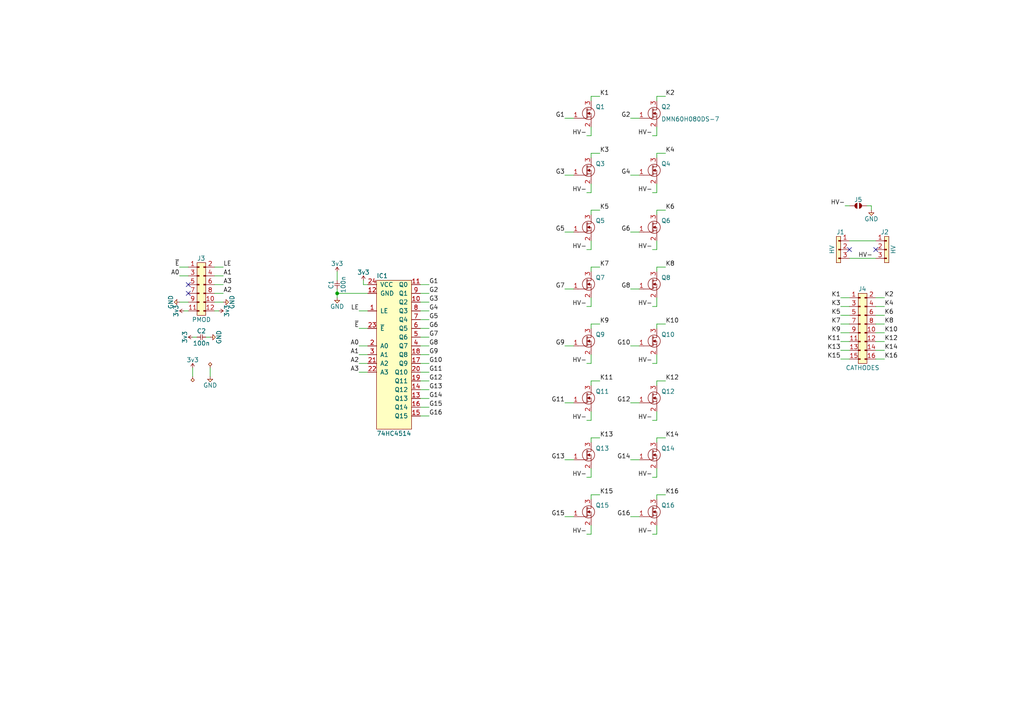
<source format=kicad_sch>
(kicad_sch (version 20210126) (generator eeschema)
  (paper "A4")
  (title_block (title "IGGie Low-Side Switch PMOD") (date "2021-03-15") (rev "1"))
  (lib_symbols
    (symbol "agg:3v3" (power) (pin_numbers hide) (pin_names (offset 1.016) hide)
      (property "Value" "3v3" (at 0 2.286 0))
      (symbol "3v3_0_1"
        (polyline (pts (xy 0 1.27) (xy 0.508 0.508)))
        (polyline (pts (xy 0 0) (xy 0 1.27) (xy -0.508 0.508)))
      )
      (symbol "3v3_1_1"
        (pin power_in line (at 0 0 180) (length 0) hide (name "3v3") (number "1"))
      )
    )
    (symbol "agg:74HC4514" (pin_names (offset 1.016))
      (property "Reference" "IC" (at -5.08 22.86 0))
      (property "Value" "74HC4514" (at -5.08 -22.86 0))
      (symbol "74HC4514_0_0"
        (pin input line (at -7.62 12.7 0) (length 2.54) (name "LE") (number "1"))
        (pin output line (at 7.62 15.24 180) (length 2.54) (name "Q2") (number "10"))
        (pin output line (at 7.62 20.32 180) (length 2.54) (name "Q0") (number "11"))
        (pin power_in line (at -7.62 17.78 0) (length 2.54) (name "GND") (number "12"))
        (pin output line (at 7.62 -12.7 180) (length 2.54) (name "Q13") (number "13"))
        (pin output line (at 7.62 -10.16 180) (length 2.54) (name "Q12") (number "14"))
        (pin output line (at 7.62 -17.78 180) (length 2.54) (name "Q15") (number "15"))
        (pin output line (at 7.62 -15.24 180) (length 2.54) (name "Q14") (number "16"))
        (pin output line (at 7.62 -2.54 180) (length 2.54) (name "Q9") (number "17"))
        (pin output line (at 7.62 0 180) (length 2.54) (name "Q8") (number "18"))
        (pin output line (at 7.62 -7.62 180) (length 2.54) (name "Q11") (number "19"))
        (pin input line (at -7.62 2.54 0) (length 2.54) (name "A0") (number "2"))
        (pin output line (at 7.62 -5.08 180) (length 2.54) (name "Q10") (number "20"))
        (pin input line (at -7.62 -2.54 0) (length 2.54) (name "A2") (number "21"))
        (pin input line (at -7.62 -5.08 0) (length 2.54) (name "A3") (number "22"))
        (pin input line (at -7.62 7.62 0) (length 2.54) (name "~E") (number "23"))
        (pin power_in line (at -7.62 20.32 0) (length 2.54) (name "VCC") (number "24"))
        (pin input line (at -7.62 0 0) (length 2.54) (name "A1") (number "3"))
        (pin output line (at 7.62 2.54 180) (length 2.54) (name "Q7") (number "4"))
        (pin output line (at 7.62 5.08 180) (length 2.54) (name "Q6") (number "5"))
        (pin output line (at 7.62 7.62 180) (length 2.54) (name "Q5") (number "6"))
        (pin output line (at 7.62 10.16 180) (length 2.54) (name "Q4") (number "7"))
        (pin output line (at 7.62 12.7 180) (length 2.54) (name "Q3") (number "8"))
        (pin output line (at 7.62 17.78 180) (length 2.54) (name "Q1") (number "9"))
      )
      (symbol "74HC4514_0_1"
        (rectangle (start -5.08 21.59) (end 5.08 -21.59) (fill (type background)))
      )
    )
    (symbol "agg:C" (pin_numbers hide) (pin_names (offset 1.016) hide)
      (property "Reference" "C" (at 1.27 1.778 0))
      (property "Value" "C" (at 1.27 -1.778 0))
      (symbol "C_0_1"
        (polyline (pts (xy 1.016 0.762) (xy 1.016 -0.762)))
        (polyline (pts (xy 1.524 0.762) (xy 1.524 -0.762)))
      )
      (symbol "C_1_1"
        (pin passive line (at 0 0 0) (length 1.016) (name "~") (number "1"))
        (pin passive line (at 2.54 0 180) (length 1.016) (name "~") (number "2"))
      )
    )
    (symbol "agg:CONN_01x03" (pin_names (offset 0.0254) hide)
      (property "Reference" "J" (at -1.27 2.54 0))
      (property "Value" "CONN_01x03" (at -1.27 -7.62 0))
      (symbol "CONN_01x03_0_1"
        (rectangle (start 0 -4.953) (end -0.635 -5.207) (fill (type outline)))
        (rectangle (start 0 -2.413) (end -0.635 -2.667) (fill (type outline)))
        (rectangle (start 0 0.127) (end -0.635 -0.127) (fill (type outline)))
        (rectangle (start 0 1.27) (end -1.27 -6.35) (fill (type background)))
      )
      (symbol "CONN_01x03_1_1"
        (pin passive line (at 2.54 0 180) (length 2.54) (name "1") (number "1"))
        (pin passive line (at 2.54 -2.54 180) (length 2.54) (name "2") (number "2"))
        (pin passive line (at 2.54 -5.08 180) (length 2.54) (name "3") (number "3"))
      )
    )
    (symbol "agg:CONN_02x06" (pin_names (offset 0.0254) hide)
      (property "Reference" "J" (at -2.54 2.54 0))
      (property "Value" "CONN_02x06" (at -2.54 -15.24 0))
      (symbol "CONN_02x06_0_1"
        (rectangle (start -2.54 -12.573) (end -1.905 -12.827) (fill (type outline)))
        (rectangle (start -2.54 -10.033) (end -1.905 -10.287) (fill (type outline)))
        (rectangle (start -2.54 -7.493) (end -1.905 -7.747) (fill (type outline)))
        (rectangle (start -2.54 -4.953) (end -1.905 -5.207) (fill (type outline)))
        (rectangle (start -2.54 -2.413) (end -1.905 -2.667) (fill (type outline)))
        (rectangle (start -2.54 0.127) (end -1.905 -0.127) (fill (type outline)))
        (rectangle (start 0 -12.573) (end -0.635 -12.827) (fill (type outline)))
        (rectangle (start 0 -10.033) (end -0.635 -10.287) (fill (type outline)))
        (rectangle (start 0 -7.493) (end -0.635 -7.747) (fill (type outline)))
        (rectangle (start 0 -4.953) (end -0.635 -5.207) (fill (type outline)))
        (rectangle (start 0 -2.413) (end -0.635 -2.667) (fill (type outline)))
        (rectangle (start 0 0.127) (end -0.635 -0.127) (fill (type outline)))
        (rectangle (start 0 1.27) (end -2.54 -13.97) (fill (type background)))
      )
      (symbol "CONN_02x06_1_1"
        (pin passive line (at -5.08 0 0) (length 2.54) (name "1") (number "1"))
        (pin passive line (at 2.54 -10.16 180) (length 2.54) (name "10") (number "10"))
        (pin passive line (at -5.08 -12.7 0) (length 2.54) (name "11") (number "11"))
        (pin passive line (at 2.54 -12.7 180) (length 2.54) (name "12") (number "12"))
        (pin passive line (at 2.54 0 180) (length 2.54) (name "2") (number "2"))
        (pin passive line (at -5.08 -2.54 0) (length 2.54) (name "3") (number "3"))
        (pin passive line (at 2.54 -2.54 180) (length 2.54) (name "4") (number "4"))
        (pin passive line (at -5.08 -5.08 0) (length 2.54) (name "5") (number "5"))
        (pin passive line (at 2.54 -5.08 180) (length 2.54) (name "6") (number "6"))
        (pin passive line (at -5.08 -7.62 0) (length 2.54) (name "7") (number "7"))
        (pin passive line (at 2.54 -7.62 180) (length 2.54) (name "8") (number "8"))
        (pin passive line (at -5.08 -10.16 0) (length 2.54) (name "9") (number "9"))
      )
    )
    (symbol "agg:CONN_02x08" (pin_names (offset 0.0254) hide)
      (property "Reference" "J" (at -2.54 2.54 0))
      (property "Value" "CONN_02x08" (at -2.54 -20.32 0))
      (symbol "CONN_02x08_0_1"
        (rectangle (start -2.54 -17.653) (end -1.905 -17.907) (fill (type outline)))
        (rectangle (start -2.54 -15.113) (end -1.905 -15.367) (fill (type outline)))
        (rectangle (start -2.54 -12.573) (end -1.905 -12.827) (fill (type outline)))
        (rectangle (start -2.54 -10.033) (end -1.905 -10.287) (fill (type outline)))
        (rectangle (start -2.54 -7.493) (end -1.905 -7.747) (fill (type outline)))
        (rectangle (start -2.54 -4.953) (end -1.905 -5.207) (fill (type outline)))
        (rectangle (start -2.54 -2.413) (end -1.905 -2.667) (fill (type outline)))
        (rectangle (start -2.54 0.127) (end -1.905 -0.127) (fill (type outline)))
        (rectangle (start 0 -17.653) (end -0.635 -17.907) (fill (type outline)))
        (rectangle (start 0 -15.113) (end -0.635 -15.367) (fill (type outline)))
        (rectangle (start 0 -12.573) (end -0.635 -12.827) (fill (type outline)))
        (rectangle (start 0 -10.033) (end -0.635 -10.287) (fill (type outline)))
        (rectangle (start 0 -7.493) (end -0.635 -7.747) (fill (type outline)))
        (rectangle (start 0 -4.953) (end -0.635 -5.207) (fill (type outline)))
        (rectangle (start 0 -2.413) (end -0.635 -2.667) (fill (type outline)))
        (rectangle (start 0 0.127) (end -0.635 -0.127) (fill (type outline)))
        (rectangle (start 0 1.27) (end -2.54 -19.05) (fill (type background)))
      )
      (symbol "CONN_02x08_1_1"
        (pin passive line (at -5.08 0 0) (length 2.54) (name "1") (number "1"))
        (pin passive line (at 2.54 -10.16 180) (length 2.54) (name "10") (number "10"))
        (pin passive line (at -5.08 -12.7 0) (length 2.54) (name "11") (number "11"))
        (pin passive line (at 2.54 -12.7 180) (length 2.54) (name "12") (number "12"))
        (pin passive line (at -5.08 -15.24 0) (length 2.54) (name "13") (number "13"))
        (pin passive line (at 2.54 -15.24 180) (length 2.54) (name "14") (number "14"))
        (pin passive line (at -5.08 -17.78 0) (length 2.54) (name "15") (number "15"))
        (pin passive line (at 2.54 -17.78 180) (length 2.54) (name "16") (number "16"))
        (pin passive line (at 2.54 0 180) (length 2.54) (name "2") (number "2"))
        (pin passive line (at -5.08 -2.54 0) (length 2.54) (name "3") (number "3"))
        (pin passive line (at 2.54 -2.54 180) (length 2.54) (name "4") (number "4"))
        (pin passive line (at -5.08 -5.08 0) (length 2.54) (name "5") (number "5"))
        (pin passive line (at 2.54 -5.08 180) (length 2.54) (name "6") (number "6"))
        (pin passive line (at -5.08 -7.62 0) (length 2.54) (name "7") (number "7"))
        (pin passive line (at 2.54 -7.62 180) (length 2.54) (name "8") (number "8"))
        (pin passive line (at -5.08 -10.16 0) (length 2.54) (name "9") (number "9"))
      )
    )
    (symbol "agg:GND" (power) (pin_numbers hide) (pin_names (offset 1.016) hide)
      (property "Value" "GND" (at 0 -2.54 0))
      (symbol "GND_0_1"
        (polyline (pts (xy 0 0) (xy 0 -0.762)))
        (polyline (pts (xy -0.762 -0.762) (xy 0.762 -0.762) (xy 0 -1.524) (xy -0.762 -0.762)) (fill (type background)))
      )
      (symbol "GND_1_1"
        (pin power_in line (at 0 0 180) (length 0) hide (name "GND") (number "1"))
      )
    )
    (symbol "agg:NFET" (pin_names (offset 0.0254) hide)
      (property "Reference" "Q" (at -6.35 0.762 0))
      (property "Value" "NFET" (at -6.35 -4.064 0))
      (symbol "NFET_0_1"
        (circle (center -0.762 -1.143) (radius 1.778))
        (polyline (pts (xy -3.81 -2.54) (xy -1.27 -2.54)))
        (polyline (pts (xy -1.27 -2.54) (xy -1.27 0.254)))
        (polyline (pts (xy -1.016 -2.159) (xy 0 -2.159)))
        (polyline (pts (xy -1.016 -1.778) (xy -1.016 -2.54)))
        (polyline (pts (xy -1.016 -0.762) (xy -1.016 -1.524)))
        (polyline (pts (xy -1.016 0.254) (xy -1.016 -0.508)))
        (polyline (pts (xy -1.016 -1.143) (xy 0 -1.143) (xy 0 -3.81)))
        (polyline (pts (xy -1.016 -0.127) (xy 0 -0.127) (xy 0 1.27)))
        (polyline (pts (xy -1.016 -1.143) (xy -0.381 -0.762) (xy -0.381 -1.524) (xy -1.016 -1.143)) (fill (type outline)))
      )
      (symbol "NFET_1_1"
        (pin passive line (at -5.08 -2.54 0) (length 1.27) (name "G") (number "1"))
        (pin passive line (at 0 -5.08 90) (length 1.27) (name "S") (number "2"))
        (pin passive line (at 0 2.54 270) (length 1.27) (name "D") (number "3"))
      )
    )
    (symbol "agg:PWR" (power) (pin_numbers hide) (pin_names (offset 1.016) hide)
      (property "Value" "PWR" (at 0 2.286 0))
      (symbol "PWR_0_1"
        (polyline (pts (xy 0 0.508) (xy -0.508 1.016) (xy 0 1.524) (xy 0.508 1.016) (xy 0 0.508)) (fill (type background)))
      )
      (symbol "PWR_1_1"
        (pin power_out line (at 0 0 90) (length 0.508) (name "pwr") (number "1"))
      )
    )
    (symbol "agg:SJ2" (pin_numbers hide) (pin_names (offset 0) hide)
      (property "Reference" "J" (at 0 1.778 0))
      (symbol "SJ2_0_1"
        (arc (start -0.254 0.762) (end -0.254 -0.762) (radius (at -0.254 0) (length 0.762) (angles 90.1 -90.1)) (fill (type outline)))
        (arc (start 0.254 -0.762) (end 0.254 0.762) (radius (at 0.254 0) (length 0.762) (angles -89.9 89.9)) (fill (type outline)))
      )
      (symbol "SJ2_1_1"
        (pin passive line (at -2.54 0 0) (length 1.524) (name "1") (number "1"))
        (pin passive line (at 2.54 0 180) (length 1.524) (name "2") (number "2"))
      )
    )
  )
  (junction (at 97.79 85.09) (diameter 0.9144))
  (no_connect (at 54.61 82.55))
  (no_connect (at 54.61 85.09))
  (no_connect (at 246.38 72.39))
  (no_connect (at 254 72.39))
  (wire (pts (xy 52.07 77.47) (xy 54.61 77.47)))
  (wire (pts (xy 52.07 80.01) (xy 54.61 80.01)))
  (wire (pts (xy 52.07 87.63) (xy 54.61 87.63)))
  (wire (pts (xy 53.34 90.17) (xy 54.61 90.17)))
  (wire (pts (xy 55.88 97.79) (xy 57.15 97.79)))
  (wire (pts (xy 55.88 106.68) (xy 55.88 109.22)))
  (wire (pts (xy 59.69 97.79) (xy 60.96 97.79)))
  (wire (pts (xy 60.96 106.68) (xy 60.96 109.22)))
  (wire (pts (xy 62.23 77.47) (xy 64.77 77.47)))
  (wire (pts (xy 62.23 80.01) (xy 64.77 80.01)))
  (wire (pts (xy 62.23 82.55) (xy 64.77 82.55)))
  (wire (pts (xy 62.23 87.63) (xy 64.77 87.63)))
  (wire (pts (xy 62.23 90.17) (xy 63.5 90.17)))
  (wire (pts (xy 64.77 85.09) (xy 62.23 85.09)))
  (wire (pts (xy 97.79 78.74) (xy 97.79 81.28)))
  (wire (pts (xy 97.79 83.82) (xy 97.79 85.09)))
  (wire (pts (xy 97.79 85.09) (xy 97.79 86.36)))
  (wire (pts (xy 97.79 85.09) (xy 106.68 85.09)))
  (wire (pts (xy 104.14 90.17) (xy 106.68 90.17)))
  (wire (pts (xy 104.14 95.25) (xy 106.68 95.25)))
  (wire (pts (xy 104.14 100.33) (xy 106.68 100.33)))
  (wire (pts (xy 104.14 102.87) (xy 106.68 102.87)))
  (wire (pts (xy 104.14 105.41) (xy 106.68 105.41)))
  (wire (pts (xy 104.14 107.95) (xy 106.68 107.95)))
  (wire (pts (xy 105.41 81.28) (xy 105.41 82.55)))
  (wire (pts (xy 105.41 82.55) (xy 106.68 82.55)))
  (wire (pts (xy 121.92 82.55) (xy 124.46 82.55)))
  (wire (pts (xy 121.92 85.09) (xy 124.46 85.09)))
  (wire (pts (xy 121.92 87.63) (xy 124.46 87.63)))
  (wire (pts (xy 121.92 90.17) (xy 124.46 90.17)))
  (wire (pts (xy 121.92 92.71) (xy 124.46 92.71)))
  (wire (pts (xy 121.92 95.25) (xy 124.46 95.25)))
  (wire (pts (xy 121.92 97.79) (xy 124.46 97.79)))
  (wire (pts (xy 121.92 100.33) (xy 124.46 100.33)))
  (wire (pts (xy 121.92 102.87) (xy 124.46 102.87)))
  (wire (pts (xy 121.92 105.41) (xy 124.46 105.41)))
  (wire (pts (xy 121.92 107.95) (xy 124.46 107.95)))
  (wire (pts (xy 121.92 110.49) (xy 124.46 110.49)))
  (wire (pts (xy 121.92 113.03) (xy 124.46 113.03)))
  (wire (pts (xy 121.92 115.57) (xy 124.46 115.57)))
  (wire (pts (xy 121.92 118.11) (xy 124.46 118.11)))
  (wire (pts (xy 121.92 120.65) (xy 124.46 120.65)))
  (wire (pts (xy 163.83 34.29) (xy 166.37 34.29)))
  (wire (pts (xy 163.83 50.8) (xy 166.37 50.8)))
  (wire (pts (xy 163.83 67.31) (xy 166.37 67.31)))
  (wire (pts (xy 163.83 83.82) (xy 166.37 83.82)))
  (wire (pts (xy 163.83 100.33) (xy 166.37 100.33)))
  (wire (pts (xy 163.83 116.84) (xy 166.37 116.84)))
  (wire (pts (xy 163.83 133.35) (xy 166.37 133.35)))
  (wire (pts (xy 163.83 149.86) (xy 166.37 149.86)))
  (wire (pts (xy 170.18 39.37) (xy 171.45 39.37)))
  (wire (pts (xy 170.18 55.88) (xy 171.45 55.88)))
  (wire (pts (xy 170.18 72.39) (xy 171.45 72.39)))
  (wire (pts (xy 170.18 88.9) (xy 171.45 88.9)))
  (wire (pts (xy 170.18 105.41) (xy 171.45 105.41)))
  (wire (pts (xy 170.18 121.92) (xy 171.45 121.92)))
  (wire (pts (xy 170.18 138.43) (xy 171.45 138.43)))
  (wire (pts (xy 170.18 154.94) (xy 171.45 154.94)))
  (wire (pts (xy 171.45 27.94) (xy 173.99 27.94)))
  (wire (pts (xy 171.45 29.21) (xy 171.45 27.94)))
  (wire (pts (xy 171.45 36.83) (xy 171.45 39.37)))
  (wire (pts (xy 171.45 44.45) (xy 173.99 44.45)))
  (wire (pts (xy 171.45 45.72) (xy 171.45 44.45)))
  (wire (pts (xy 171.45 53.34) (xy 171.45 55.88)))
  (wire (pts (xy 171.45 60.96) (xy 173.99 60.96)))
  (wire (pts (xy 171.45 62.23) (xy 171.45 60.96)))
  (wire (pts (xy 171.45 69.85) (xy 171.45 72.39)))
  (wire (pts (xy 171.45 77.47) (xy 173.99 77.47)))
  (wire (pts (xy 171.45 78.74) (xy 171.45 77.47)))
  (wire (pts (xy 171.45 86.36) (xy 171.45 88.9)))
  (wire (pts (xy 171.45 93.98) (xy 173.99 93.98)))
  (wire (pts (xy 171.45 95.25) (xy 171.45 93.98)))
  (wire (pts (xy 171.45 102.87) (xy 171.45 105.41)))
  (wire (pts (xy 171.45 110.49) (xy 173.99 110.49)))
  (wire (pts (xy 171.45 111.76) (xy 171.45 110.49)))
  (wire (pts (xy 171.45 119.38) (xy 171.45 121.92)))
  (wire (pts (xy 171.45 127) (xy 173.99 127)))
  (wire (pts (xy 171.45 128.27) (xy 171.45 127)))
  (wire (pts (xy 171.45 135.89) (xy 171.45 138.43)))
  (wire (pts (xy 171.45 143.51) (xy 173.99 143.51)))
  (wire (pts (xy 171.45 144.78) (xy 171.45 143.51)))
  (wire (pts (xy 171.45 152.4) (xy 171.45 154.94)))
  (wire (pts (xy 182.88 34.29) (xy 185.42 34.29)))
  (wire (pts (xy 182.88 50.8) (xy 185.42 50.8)))
  (wire (pts (xy 182.88 67.31) (xy 185.42 67.31)))
  (wire (pts (xy 182.88 83.82) (xy 185.42 83.82)))
  (wire (pts (xy 182.88 100.33) (xy 185.42 100.33)))
  (wire (pts (xy 182.88 116.84) (xy 185.42 116.84)))
  (wire (pts (xy 182.88 133.35) (xy 185.42 133.35)))
  (wire (pts (xy 182.88 149.86) (xy 185.42 149.86)))
  (wire (pts (xy 189.23 39.37) (xy 190.5 39.37)))
  (wire (pts (xy 189.23 55.88) (xy 190.5 55.88)))
  (wire (pts (xy 189.23 72.39) (xy 190.5 72.39)))
  (wire (pts (xy 189.23 88.9) (xy 190.5 88.9)))
  (wire (pts (xy 189.23 105.41) (xy 190.5 105.41)))
  (wire (pts (xy 189.23 121.92) (xy 190.5 121.92)))
  (wire (pts (xy 189.23 138.43) (xy 190.5 138.43)))
  (wire (pts (xy 189.23 154.94) (xy 190.5 154.94)))
  (wire (pts (xy 190.5 27.94) (xy 193.04 27.94)))
  (wire (pts (xy 190.5 29.21) (xy 190.5 27.94)))
  (wire (pts (xy 190.5 36.83) (xy 190.5 39.37)))
  (wire (pts (xy 190.5 44.45) (xy 193.04 44.45)))
  (wire (pts (xy 190.5 45.72) (xy 190.5 44.45)))
  (wire (pts (xy 190.5 53.34) (xy 190.5 55.88)))
  (wire (pts (xy 190.5 60.96) (xy 193.04 60.96)))
  (wire (pts (xy 190.5 62.23) (xy 190.5 60.96)))
  (wire (pts (xy 190.5 69.85) (xy 190.5 72.39)))
  (wire (pts (xy 190.5 77.47) (xy 193.04 77.47)))
  (wire (pts (xy 190.5 78.74) (xy 190.5 77.47)))
  (wire (pts (xy 190.5 86.36) (xy 190.5 88.9)))
  (wire (pts (xy 190.5 93.98) (xy 193.04 93.98)))
  (wire (pts (xy 190.5 95.25) (xy 190.5 93.98)))
  (wire (pts (xy 190.5 102.87) (xy 190.5 105.41)))
  (wire (pts (xy 190.5 110.49) (xy 193.04 110.49)))
  (wire (pts (xy 190.5 111.76) (xy 190.5 110.49)))
  (wire (pts (xy 190.5 119.38) (xy 190.5 121.92)))
  (wire (pts (xy 190.5 127) (xy 193.04 127)))
  (wire (pts (xy 190.5 128.27) (xy 190.5 127)))
  (wire (pts (xy 190.5 135.89) (xy 190.5 138.43)))
  (wire (pts (xy 190.5 143.51) (xy 193.04 143.51)))
  (wire (pts (xy 190.5 144.78) (xy 190.5 143.51)))
  (wire (pts (xy 190.5 152.4) (xy 190.5 154.94)))
  (wire (pts (xy 243.84 86.36) (xy 246.38 86.36)))
  (wire (pts (xy 243.84 88.9) (xy 246.38 88.9)))
  (wire (pts (xy 243.84 91.44) (xy 246.38 91.44)))
  (wire (pts (xy 243.84 93.98) (xy 246.38 93.98)))
  (wire (pts (xy 243.84 96.52) (xy 246.38 96.52)))
  (wire (pts (xy 243.84 99.06) (xy 246.38 99.06)))
  (wire (pts (xy 243.84 101.6) (xy 246.38 101.6)))
  (wire (pts (xy 243.84 104.14) (xy 246.38 104.14)))
  (wire (pts (xy 245.11 59.69) (xy 246.38 59.69)))
  (wire (pts (xy 246.38 69.85) (xy 254 69.85)))
  (wire (pts (xy 246.38 74.93) (xy 254 74.93)))
  (wire (pts (xy 251.46 59.69) (xy 252.73 59.69)))
  (wire (pts (xy 252.73 59.69) (xy 252.73 60.96)))
  (wire (pts (xy 254 86.36) (xy 256.54 86.36)))
  (wire (pts (xy 254 88.9) (xy 256.54 88.9)))
  (wire (pts (xy 254 91.44) (xy 256.54 91.44)))
  (wire (pts (xy 254 93.98) (xy 256.54 93.98)))
  (wire (pts (xy 254 96.52) (xy 256.54 96.52)))
  (wire (pts (xy 254 99.06) (xy 256.54 99.06)))
  (wire (pts (xy 254 101.6) (xy 256.54 101.6)))
  (wire (pts (xy 254 104.14) (xy 256.54 104.14)))
  (label "~E" (at 52.07 77.47 180))
  (label "A0" (at 52.07 80.01 180))
  (label "LE" (at 64.77 77.47 0))
  (label "A1" (at 64.77 80.01 0))
  (label "A3" (at 64.77 82.55 0))
  (label "A2" (at 64.77 85.09 0))
  (label "LE" (at 104.14 90.17 180))
  (label "~E" (at 104.14 95.25 180))
  (label "A0" (at 104.14 100.33 180))
  (label "A1" (at 104.14 102.87 180))
  (label "A2" (at 104.14 105.41 180))
  (label "A3" (at 104.14 107.95 180))
  (label "G1" (at 124.46 82.55 0))
  (label "G2" (at 124.46 85.09 0))
  (label "G3" (at 124.46 87.63 0))
  (label "G4" (at 124.46 90.17 0))
  (label "G5" (at 124.46 92.71 0))
  (label "G6" (at 124.46 95.25 0))
  (label "G7" (at 124.46 97.79 0))
  (label "G8" (at 124.46 100.33 0))
  (label "G9" (at 124.46 102.87 0))
  (label "G10" (at 124.46 105.41 0))
  (label "G11" (at 124.46 107.95 0))
  (label "G12" (at 124.46 110.49 0))
  (label "G13" (at 124.46 113.03 0))
  (label "G14" (at 124.46 115.57 0))
  (label "G15" (at 124.46 118.11 0))
  (label "G16" (at 124.46 120.65 0))
  (label "G1" (at 163.83 34.29 180))
  (label "G3" (at 163.83 50.8 180))
  (label "G5" (at 163.83 67.31 180))
  (label "G7" (at 163.83 83.82 180))
  (label "G9" (at 163.83 100.33 180))
  (label "G11" (at 163.83 116.84 180))
  (label "G13" (at 163.83 133.35 180))
  (label "G15" (at 163.83 149.86 180))
  (label "HV-" (at 170.18 39.37 180))
  (label "HV-" (at 170.18 55.88 180))
  (label "HV-" (at 170.18 72.39 180))
  (label "HV-" (at 170.18 88.9 180))
  (label "HV-" (at 170.18 105.41 180))
  (label "HV-" (at 170.18 121.92 180))
  (label "HV-" (at 170.18 138.43 180))
  (label "HV-" (at 170.18 154.94 180))
  (label "K1" (at 173.99 27.94 0))
  (label "K3" (at 173.99 44.45 0))
  (label "K5" (at 173.99 60.96 0))
  (label "K7" (at 173.99 77.47 0))
  (label "K9" (at 173.99 93.98 0))
  (label "K11" (at 173.99 110.49 0))
  (label "K13" (at 173.99 127 0))
  (label "K15" (at 173.99 143.51 0))
  (label "G2" (at 182.88 34.29 180))
  (label "G4" (at 182.88 50.8 180))
  (label "G6" (at 182.88 67.31 180))
  (label "G8" (at 182.88 83.82 180))
  (label "G10" (at 182.88 100.33 180))
  (label "G12" (at 182.88 116.84 180))
  (label "G14" (at 182.88 133.35 180))
  (label "G16" (at 182.88 149.86 180))
  (label "HV-" (at 189.23 39.37 180))
  (label "HV-" (at 189.23 55.88 180))
  (label "HV-" (at 189.23 72.39 180))
  (label "HV-" (at 189.23 88.9 180))
  (label "HV-" (at 189.23 105.41 180))
  (label "HV-" (at 189.23 121.92 180))
  (label "HV-" (at 189.23 138.43 180))
  (label "HV-" (at 189.23 154.94 180))
  (label "K2" (at 193.04 27.94 0))
  (label "K4" (at 193.04 44.45 0))
  (label "K6" (at 193.04 60.96 0))
  (label "K8" (at 193.04 77.47 0))
  (label "K10" (at 193.04 93.98 0))
  (label "K12" (at 193.04 110.49 0))
  (label "K14" (at 193.04 127 0))
  (label "K16" (at 193.04 143.51 0))
  (label "K1" (at 243.84 86.36 180))
  (label "K3" (at 243.84 88.9 180))
  (label "K5" (at 243.84 91.44 180))
  (label "K7" (at 243.84 93.98 180))
  (label "K9" (at 243.84 96.52 180))
  (label "K11" (at 243.84 99.06 180))
  (label "K13" (at 243.84 101.6 180))
  (label "K15" (at 243.84 104.14 180))
  (label "HV-" (at 245.11 59.69 180))
  (label "HV-" (at 248.92 74.93 0))
  (label "K2" (at 256.54 86.36 0))
  (label "K4" (at 256.54 88.9 0))
  (label "K6" (at 256.54 91.44 0))
  (label "K8" (at 256.54 93.98 0))
  (label "K10" (at 256.54 96.52 0))
  (label "K12" (at 256.54 99.06 0))
  (label "K14" (at 256.54 101.6 0))
  (label "K16" (at 256.54 104.14 0))
  (symbol (lib_id "agg:3v3") (at 53.34 90.17 90) (unit 1)
    (property "Reference" "#PWR06" (effects hide))
    (property "Value" "3v3" (at 51.054 90.17 0))
  )
  (symbol (lib_id "agg:3v3") (at 55.88 97.79 90) (unit 1)
    (property "Reference" "#PWR08" (effects hide))
    (property "Value" "3v3" (at 53.594 97.79 0))
  )
  (symbol (lib_id "agg:3v3") (at 55.88 106.68 0) (unit 1)
    (property "Reference" "#PWR010" (effects hide))
    (property "Value" "3v3" (at 55.88 104.394 0))
  )
  (symbol (lib_id "agg:3v3") (at 63.5 90.17 270) (unit 1)
    (property "Reference" "#PWR07" (effects hide))
    (property "Value" "3v3" (at 65.786 90.17 0))
  )
  (symbol (lib_id "agg:3v3") (at 97.79 78.74 0) (unit 1)
    (property "Reference" "#PWR01" (effects hide))
    (property "Value" "3v3" (at 97.79 76.454 0))
  )
  (symbol (lib_id "agg:3v3") (at 105.41 81.28 0) (unit 1)
    (property "Reference" "#PWR02" (effects hide))
    (property "Value" "3v3" (at 105.41 78.994 0))
  )
  (symbol (lib_id "agg:PWR") (at 55.88 109.22 180) (unit 1)
    (property "Reference" "#FLG02" (effects hide))
    (property "Value" "PWR" (effects hide))
  )
  (symbol (lib_id "agg:PWR") (at 60.96 106.68 0) (unit 1)
    (property "Reference" "#FLG01" (effects hide))
    (property "Value" "PWR" (effects hide))
  )
  (symbol (lib_id "agg:GND") (at 52.07 87.63 270) (unit 1)
    (property "Reference" "#PWR04" (effects hide))
    (property "Value" "GND" (at 49.53 87.63 0))
  )
  (symbol (lib_id "agg:GND") (at 60.96 97.79 90) (unit 1)
    (property "Reference" "#PWR09" (effects hide))
    (property "Value" "GND" (at 63.5 97.79 0))
  )
  (symbol (lib_id "agg:GND") (at 60.96 109.22 0) (unit 1)
    (property "Reference" "#PWR011" (effects hide))
    (property "Value" "GND" (at 60.96 111.76 0))
  )
  (symbol (lib_id "agg:GND") (at 64.77 87.63 90) (unit 1)
    (property "Reference" "#PWR05" (effects hide))
    (property "Value" "GND" (at 67.31 87.63 0))
  )
  (symbol (lib_id "agg:GND") (at 97.79 86.36 0) (unit 1)
    (property "Reference" "#PWR03" (effects hide))
    (property "Value" "GND" (at 97.79 88.9 0))
  )
  (symbol (lib_id "agg:GND") (at 252.73 60.96 0) (unit 1)
    (property "Reference" "#PWR012" (effects hide))
    (property "Value" "GND" (at 252.73 63.5 0))
  )
  (symbol (lib_id "agg:C") (at 57.15 97.79 0) (unit 1)
    (property "Reference" "C2" (at 58.42 96.012 0))
    (property "Value" "100n" (at 58.42 99.568 0))
    (property "Footprint" "agg:0603" (effects hide))
  )
  (symbol (lib_id "agg:C") (at 97.79 83.82 90) (unit 1)
    (property "Reference" "C1" (at 96.012 82.55 0))
    (property "Value" "100n" (at 99.568 82.55 0))
    (property "Footprint" "agg:0603" (effects hide))
  )
  (symbol (lib_id "agg:SJ2") (at 248.92 59.69 0) (unit 1)
    (property "Reference" "J5" (at 248.92 57.912 0))
    (property "Value" "SJ2" (effects hide))
    (property "Footprint" "agg:SJ2" (effects hide))
  )
  (symbol (lib_id "agg:CONN_01x03") (at 243.84 69.85 0) (unit 1)
    (property "Reference" "J1" (at 242.57 67.31 0) (effects (justify left)))
    (property "Value" "HV" (at 241.3 72.39 90))
    (property "Footprint" "agg:MOLEX-KK-254P-03" (effects hide))
    (property "Farnell" "1360131" (effects hide))
  )
  (symbol (lib_id "agg:CONN_01x03") (at 256.54 69.85 0) (mirror y) (unit 1)
    (property "Reference" "J2" (at 257.81 67.31 0) (effects (justify left)))
    (property "Value" "HV" (at 259.08 72.39 90))
    (property "Footprint" "agg:MOLEX-KK-254P-03" (effects hide))
    (property "Farnell" "1360131" (effects hide))
  )
  (symbol (lib_id "agg:NFET") (at 171.45 31.75 0) (unit 1)
    (property "Reference" "Q1" (at 172.72 30.988 0) (effects (justify left)))
    (property "Value" "DMN60H080DS-7" (effects hide))
    (property "Footprint" "agg:SOT-23" (effects hide))
    (property "Datasheet" "http://www.farnell.com/datasheets/2814411.pdf" (effects hide))
    (property "Farnell" "3127344" (effects hide))
  )
  (symbol (lib_id "agg:NFET") (at 171.45 48.26 0) (unit 1)
    (property "Reference" "Q3" (at 172.72 47.498 0) (effects (justify left)))
    (property "Value" "DMN60H080DS-7" (effects hide))
    (property "Footprint" "agg:SOT-23" (effects hide))
    (property "Datasheet" "http://www.farnell.com/datasheets/2814411.pdf" (effects hide))
    (property "Farnell" "3127344" (effects hide))
  )
  (symbol (lib_id "agg:NFET") (at 171.45 64.77 0) (unit 1)
    (property "Reference" "Q5" (at 172.72 64.008 0) (effects (justify left)))
    (property "Value" "DMN60H080DS-7" (effects hide))
    (property "Footprint" "agg:SOT-23" (effects hide))
    (property "Datasheet" "http://www.farnell.com/datasheets/2814411.pdf" (effects hide))
    (property "Farnell" "3127344" (effects hide))
  )
  (symbol (lib_id "agg:NFET") (at 171.45 81.28 0) (unit 1)
    (property "Reference" "Q7" (at 172.72 80.518 0) (effects (justify left)))
    (property "Value" "DMN60H080DS-7" (effects hide))
    (property "Footprint" "agg:SOT-23" (effects hide))
    (property "Datasheet" "http://www.farnell.com/datasheets/2814411.pdf" (effects hide))
    (property "Farnell" "3127344" (effects hide))
  )
  (symbol (lib_id "agg:NFET") (at 171.45 97.79 0) (unit 1)
    (property "Reference" "Q9" (at 172.72 97.028 0) (effects (justify left)))
    (property "Value" "DMN60H080DS-7" (effects hide))
    (property "Footprint" "agg:SOT-23" (effects hide))
    (property "Datasheet" "http://www.farnell.com/datasheets/2814411.pdf" (effects hide))
    (property "Farnell" "3127344" (effects hide))
  )
  (symbol (lib_id "agg:NFET") (at 171.45 114.3 0) (unit 1)
    (property "Reference" "Q11" (at 172.72 113.538 0) (effects (justify left)))
    (property "Value" "DMN60H080DS-7" (effects hide))
    (property "Footprint" "agg:SOT-23" (effects hide))
    (property "Datasheet" "http://www.farnell.com/datasheets/2814411.pdf" (effects hide))
    (property "Farnell" "3127344" (effects hide))
  )
  (symbol (lib_id "agg:NFET") (at 171.45 130.81 0) (unit 1)
    (property "Reference" "Q13" (at 172.72 130.048 0) (effects (justify left)))
    (property "Value" "DMN60H080DS-7" (effects hide))
    (property "Footprint" "agg:SOT-23" (effects hide))
    (property "Datasheet" "http://www.farnell.com/datasheets/2814411.pdf" (effects hide))
    (property "Farnell" "3127344" (effects hide))
  )
  (symbol (lib_id "agg:NFET") (at 171.45 147.32 0) (unit 1)
    (property "Reference" "Q15" (at 172.72 146.558 0) (effects (justify left)))
    (property "Value" "DMN60H080DS-7" (effects hide))
    (property "Footprint" "agg:SOT-23" (effects hide))
    (property "Datasheet" "http://www.farnell.com/datasheets/2814411.pdf" (effects hide))
    (property "Farnell" "3127344" (effects hide))
  )
  (symbol (lib_id "agg:NFET") (at 190.5 31.75 0) (unit 1)
    (property "Reference" "Q2" (at 191.77 30.988 0) (effects (justify left)))
    (property "Value" "DMN60H080DS-7" (at 191.77 34.544 0) (effects (justify left)))
    (property "Footprint" "agg:SOT-23" (effects hide))
    (property "Datasheet" "http://www.farnell.com/datasheets/2814411.pdf" (effects hide))
    (property "Farnell" "3127344" (effects hide))
  )
  (symbol (lib_id "agg:NFET") (at 190.5 48.26 0) (unit 1)
    (property "Reference" "Q4" (at 191.77 47.498 0) (effects (justify left)))
    (property "Value" "DMN60H080DS-7" (effects hide))
    (property "Footprint" "agg:SOT-23" (effects hide))
    (property "Datasheet" "http://www.farnell.com/datasheets/2814411.pdf" (effects hide))
    (property "Farnell" "3127344" (effects hide))
  )
  (symbol (lib_id "agg:NFET") (at 190.5 64.77 0) (unit 1)
    (property "Reference" "Q6" (at 191.77 64.008 0) (effects (justify left)))
    (property "Value" "DMN60H080DS-7" (effects hide))
    (property "Footprint" "agg:SOT-23" (effects hide))
    (property "Datasheet" "http://www.farnell.com/datasheets/2814411.pdf" (effects hide))
    (property "Farnell" "3127344" (effects hide))
  )
  (symbol (lib_id "agg:NFET") (at 190.5 81.28 0) (unit 1)
    (property "Reference" "Q8" (at 191.77 80.518 0) (effects (justify left)))
    (property "Value" "DMN60H080DS-7" (effects hide))
    (property "Footprint" "agg:SOT-23" (effects hide))
    (property "Datasheet" "http://www.farnell.com/datasheets/2814411.pdf" (effects hide))
    (property "Farnell" "3127344" (effects hide))
  )
  (symbol (lib_id "agg:NFET") (at 190.5 97.79 0) (unit 1)
    (property "Reference" "Q10" (at 191.77 97.028 0) (effects (justify left)))
    (property "Value" "DMN60H080DS-7" (effects hide))
    (property "Footprint" "agg:SOT-23" (effects hide))
    (property "Datasheet" "http://www.farnell.com/datasheets/2814411.pdf" (effects hide))
    (property "Farnell" "3127344" (effects hide))
  )
  (symbol (lib_id "agg:NFET") (at 190.5 114.3 0) (unit 1)
    (property "Reference" "Q12" (at 191.77 113.538 0) (effects (justify left)))
    (property "Value" "DMN60H080DS-7" (effects hide))
    (property "Footprint" "agg:SOT-23" (effects hide))
    (property "Datasheet" "http://www.farnell.com/datasheets/2814411.pdf" (effects hide))
    (property "Farnell" "3127344" (effects hide))
  )
  (symbol (lib_id "agg:NFET") (at 190.5 130.81 0) (unit 1)
    (property "Reference" "Q14" (at 191.77 130.048 0) (effects (justify left)))
    (property "Value" "DMN60H080DS-7" (effects hide))
    (property "Footprint" "agg:SOT-23" (effects hide))
    (property "Datasheet" "http://www.farnell.com/datasheets/2814411.pdf" (effects hide))
    (property "Farnell" "3127344" (effects hide))
  )
  (symbol (lib_id "agg:NFET") (at 190.5 147.32 0) (unit 1)
    (property "Reference" "Q16" (at 191.77 146.558 0) (effects (justify left)))
    (property "Value" "DMN60H080DS-7" (effects hide))
    (property "Footprint" "agg:SOT-23" (effects hide))
    (property "Datasheet" "http://www.farnell.com/datasheets/2814411.pdf" (effects hide))
    (property "Farnell" "3127344" (effects hide))
  )
  (symbol (lib_id "agg:CONN_02x06") (at 59.69 77.47 0) (unit 1)
    (property "Reference" "J3" (at 57.15 74.93 0) (effects (justify left)))
    (property "Value" "PMOD" (at 58.42 92.71 0))
    (property "Footprint" "agg:DIL-254P-12" (effects hide))
    (property "Farnell" "2779668" (effects hide))
  )
  (symbol (lib_id "agg:CONN_02x08") (at 251.46 86.36 0) (unit 1)
    (property "Reference" "J4" (at 248.92 83.82 0) (effects (justify left)))
    (property "Value" "CATHODES" (at 250.19 106.68 0))
    (property "Footprint" "agg:DIL-254P-16" (effects hide))
    (property "Farnell" "2578721" (effects hide))
  )
  (symbol (lib_id "agg:74HC4514") (at 114.3 102.87 0) (unit 1)
    (property "Reference" "IC1" (at 109.22 80.01 0) (effects (justify left)))
    (property "Value" "74HC4514" (at 109.22 125.73 0) (effects (justify left)))
    (property "Footprint" "agg:SOIC-24-W" (effects hide))
    (property "Datasheet" "http://www.farnell.com/datasheets/1870944.pdf" (effects hide))
    (property "Farnell" "2444987" (effects hide))
  )
)
</source>
